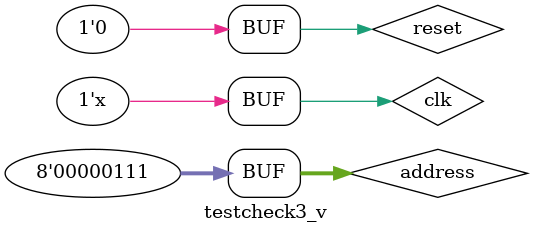
<source format=v>
`timescale 1ns / 1ps


module testcheck3_v;

	// Inputs
	reg clk;
	reg reset;
	reg [7:0] a1;
	reg [7:0] b1;
	reg [7:0] address;

	// Outputs
	wire [7:0] memdata;
	wire alusrca;
	wire memtoreg;
	wire regdst;
	wire iord;
	wire pcen;
	wire regwrite;
	wire [1:0] pcsrc;
	wire [1:0] alusrcb;
	wire [3:0] irwrite;
	wire [2:0] alucontrol;
	wire [7:0] Reg1Adr;
	wire [7:0] Reg2Adr;
	wire branch;
	wire [7:0] src1;
	wire [7:0] src2;
	wire [7:0] alucheck;
	wire [7:0] pcvalue;
	wire [7:0] nextpcvalue;
	wire [7:0] read1;
	wire [7:0] read2;
	wire [7:0] RgDst;
	wire [31:0] instr;
	wire zero;
	wire memread;
	wire memwrite;
	wire [7:0] adr;
	wire [7:0] writedata;

	// Instantiate the Unit Under Test (UUT)
	testbench uut (
		.clk(clk), 
		.reset(reset), 
		.a1(a1), 
		.b1(b1), 
		.address(address), 
		.memdata(memdata), 
		.alusrca(alusrca), 
		.memtoreg(memtoreg), 
		.regdst(regdst), 
		.iord(iord), 
		.pcen(pcen), 
		.regwrite(regwrite), 
		.pcsrc(pcsrc), 
		.alusrcb(alusrcb), 
		.irwrite(irwrite), 
		.alucontrol(alucontrol), 
		.Reg1Adr(Reg1Adr), 
		.Reg2Adr(Reg2Adr), 
		.branch(branch), 
		.src1(src1), 
		.src2(src2), 
		.alucheck(alucheck), 
		.pcvalue(pcvalue), 
		.nextpcvalue(nextpcvalue), 
		.read1(read1), 
		.read2(read2), 
		.RgDst(RgDst), 
		.instr(instr), 
		.zero(zero), 
		.memread(memread), 
		.memwrite(memwrite), 
		.adr(adr), 
		.writedata(writedata)
	);
always begin
#5
clk=~clk;
end
	initial begin
		// Initialize Inputs
		clk = 0;
		reset = 1;
		address = 0;

		// Wait 100 ns for global reset to finish
		#10;
		reset=0;
		address=0;
		#10;
		address=1;
		#10;
		address=2;
		#10;
		address=3;
		#10;
		#10;
		#10;
		#10;
		address=4;
		#10;
		address=5;
		#10;
		address=6;
		#10;
		address=7;
		#10;
        
		// Add stimulus here

	end
      
endmodule


</source>
